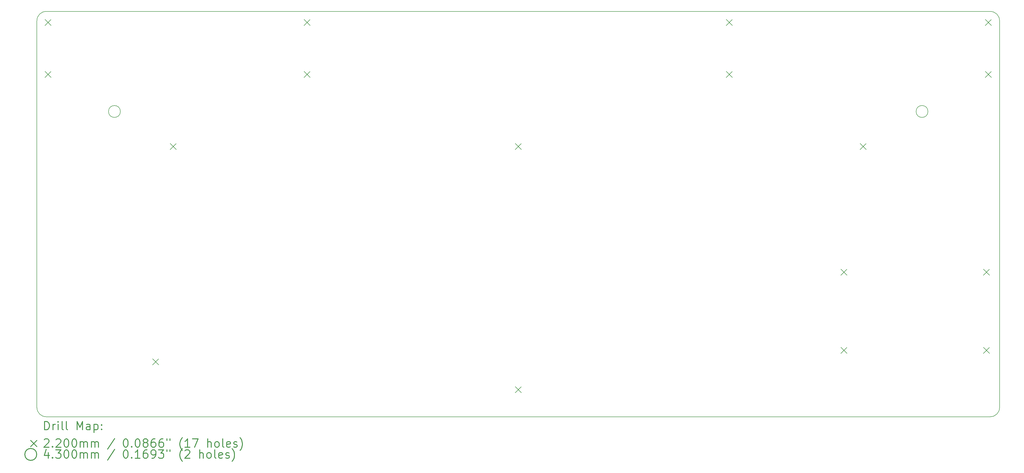
<source format=gbr>
%FSLAX45Y45*%
G04 Gerber Fmt 4.5, Leading zero omitted, Abs format (unit mm)*
G04 Created by KiCad (PCBNEW 5.1.10-88a1d61d58~90~ubuntu21.04.1) date 2021-08-16 11:58:26*
%MOMM*%
%LPD*%
G01*
G04 APERTURE LIST*
%TA.AperFunction,Profile*%
%ADD10C,0.150000*%
%TD*%
%ADD11C,0.200000*%
%ADD12C,0.300000*%
G04 APERTURE END LIST*
D10*
X3655060Y-20417584D02*
X3655060Y-6417346D01*
X38421310Y-20416984D02*
G75*
G02*
X38090904Y-20747990I-330706J-300D01*
G01*
X38090304Y-6086340D02*
G75*
G02*
X38421310Y-6416746I300J-330706D01*
G01*
X3655060Y-6417346D02*
G75*
G02*
X3985466Y-6086340I330706J300D01*
G01*
X3986066Y-20747990D02*
G75*
G02*
X3655060Y-20417584I-300J330706D01*
G01*
X38421310Y-6416746D02*
X38421310Y-20416984D01*
X38090904Y-20747990D02*
X3986066Y-20747990D01*
X3985466Y-6086340D02*
X38090304Y-6086340D01*
D11*
X3945060Y-6376340D02*
X4165060Y-6596340D01*
X4165060Y-6376340D02*
X3945060Y-6596340D01*
X3945060Y-8251340D02*
X4165060Y-8471340D01*
X4165060Y-8251340D02*
X3945060Y-8471340D01*
X7830180Y-18648740D02*
X8050180Y-18868740D01*
X8050180Y-18648740D02*
X7830180Y-18868740D01*
X8466310Y-10860260D02*
X8686310Y-11080260D01*
X8686310Y-10860260D02*
X8466310Y-11080260D01*
X13303740Y-6376340D02*
X13523740Y-6596340D01*
X13523740Y-6376340D02*
X13303740Y-6596340D01*
X13303740Y-8251340D02*
X13523740Y-8471340D01*
X13523740Y-8251340D02*
X13303740Y-8471340D01*
X20931935Y-10860260D02*
X21151935Y-11080260D01*
X21151935Y-10860260D02*
X20931935Y-11080260D01*
X20931935Y-19661360D02*
X21151935Y-19881360D01*
X21151935Y-19661360D02*
X20931935Y-19881360D01*
X28552630Y-6376340D02*
X28772630Y-6596340D01*
X28772630Y-6376340D02*
X28552630Y-6596340D01*
X28552630Y-8251340D02*
X28772630Y-8471340D01*
X28772630Y-8251340D02*
X28552630Y-8471340D01*
X32688679Y-15411940D02*
X32908679Y-15631940D01*
X32908679Y-15411940D02*
X32688679Y-15631940D01*
X32688679Y-18235480D02*
X32908679Y-18455480D01*
X32908679Y-18235480D02*
X32688679Y-18455480D01*
X33390060Y-10860260D02*
X33610060Y-11080260D01*
X33610060Y-10860260D02*
X33390060Y-11080260D01*
X37842351Y-15411940D02*
X38062351Y-15631940D01*
X38062351Y-15411940D02*
X37842351Y-15631940D01*
X37842351Y-18235480D02*
X38062351Y-18455480D01*
X38062351Y-18235480D02*
X37842351Y-18455480D01*
X37911310Y-6376340D02*
X38131310Y-6596340D01*
X38131310Y-6376340D02*
X37911310Y-6596340D01*
X37911310Y-8251340D02*
X38131310Y-8471340D01*
X38131310Y-8251340D02*
X37911310Y-8471340D01*
X6670060Y-9705340D02*
G75*
G03*
X6670060Y-9705340I-215000J0D01*
G01*
X35836310Y-9705340D02*
G75*
G03*
X35836310Y-9705340I-215000J0D01*
G01*
D12*
X3933988Y-21221204D02*
X3933988Y-20921204D01*
X4005417Y-20921204D01*
X4048274Y-20935490D01*
X4076846Y-20964062D01*
X4091131Y-20992633D01*
X4105417Y-21049776D01*
X4105417Y-21092633D01*
X4091131Y-21149776D01*
X4076846Y-21178347D01*
X4048274Y-21206919D01*
X4005417Y-21221204D01*
X3933988Y-21221204D01*
X4233988Y-21221204D02*
X4233988Y-21021204D01*
X4233988Y-21078347D02*
X4248274Y-21049776D01*
X4262560Y-21035490D01*
X4291131Y-21021204D01*
X4319703Y-21021204D01*
X4419703Y-21221204D02*
X4419703Y-21021204D01*
X4419703Y-20921204D02*
X4405417Y-20935490D01*
X4419703Y-20949776D01*
X4433988Y-20935490D01*
X4419703Y-20921204D01*
X4419703Y-20949776D01*
X4605417Y-21221204D02*
X4576846Y-21206919D01*
X4562560Y-21178347D01*
X4562560Y-20921204D01*
X4762560Y-21221204D02*
X4733988Y-21206919D01*
X4719703Y-21178347D01*
X4719703Y-20921204D01*
X5105417Y-21221204D02*
X5105417Y-20921204D01*
X5205417Y-21135490D01*
X5305417Y-20921204D01*
X5305417Y-21221204D01*
X5576846Y-21221204D02*
X5576846Y-21064062D01*
X5562560Y-21035490D01*
X5533988Y-21021204D01*
X5476846Y-21021204D01*
X5448274Y-21035490D01*
X5576846Y-21206919D02*
X5548274Y-21221204D01*
X5476846Y-21221204D01*
X5448274Y-21206919D01*
X5433988Y-21178347D01*
X5433988Y-21149776D01*
X5448274Y-21121204D01*
X5476846Y-21106919D01*
X5548274Y-21106919D01*
X5576846Y-21092633D01*
X5719703Y-21021204D02*
X5719703Y-21321204D01*
X5719703Y-21035490D02*
X5748274Y-21021204D01*
X5805417Y-21021204D01*
X5833988Y-21035490D01*
X5848274Y-21049776D01*
X5862560Y-21078347D01*
X5862560Y-21164062D01*
X5848274Y-21192633D01*
X5833988Y-21206919D01*
X5805417Y-21221204D01*
X5748274Y-21221204D01*
X5719703Y-21206919D01*
X5991131Y-21192633D02*
X6005417Y-21206919D01*
X5991131Y-21221204D01*
X5976846Y-21206919D01*
X5991131Y-21192633D01*
X5991131Y-21221204D01*
X5991131Y-21035490D02*
X6005417Y-21049776D01*
X5991131Y-21064062D01*
X5976846Y-21049776D01*
X5991131Y-21035490D01*
X5991131Y-21064062D01*
X3427560Y-21605490D02*
X3647560Y-21825490D01*
X3647560Y-21605490D02*
X3427560Y-21825490D01*
X3919703Y-21579776D02*
X3933988Y-21565490D01*
X3962560Y-21551204D01*
X4033988Y-21551204D01*
X4062560Y-21565490D01*
X4076846Y-21579776D01*
X4091131Y-21608347D01*
X4091131Y-21636919D01*
X4076846Y-21679776D01*
X3905417Y-21851204D01*
X4091131Y-21851204D01*
X4219703Y-21822633D02*
X4233988Y-21836919D01*
X4219703Y-21851204D01*
X4205417Y-21836919D01*
X4219703Y-21822633D01*
X4219703Y-21851204D01*
X4348274Y-21579776D02*
X4362560Y-21565490D01*
X4391131Y-21551204D01*
X4462560Y-21551204D01*
X4491131Y-21565490D01*
X4505417Y-21579776D01*
X4519703Y-21608347D01*
X4519703Y-21636919D01*
X4505417Y-21679776D01*
X4333988Y-21851204D01*
X4519703Y-21851204D01*
X4705417Y-21551204D02*
X4733988Y-21551204D01*
X4762560Y-21565490D01*
X4776846Y-21579776D01*
X4791131Y-21608347D01*
X4805417Y-21665490D01*
X4805417Y-21736919D01*
X4791131Y-21794062D01*
X4776846Y-21822633D01*
X4762560Y-21836919D01*
X4733988Y-21851204D01*
X4705417Y-21851204D01*
X4676846Y-21836919D01*
X4662560Y-21822633D01*
X4648274Y-21794062D01*
X4633988Y-21736919D01*
X4633988Y-21665490D01*
X4648274Y-21608347D01*
X4662560Y-21579776D01*
X4676846Y-21565490D01*
X4705417Y-21551204D01*
X4991131Y-21551204D02*
X5019703Y-21551204D01*
X5048274Y-21565490D01*
X5062560Y-21579776D01*
X5076846Y-21608347D01*
X5091131Y-21665490D01*
X5091131Y-21736919D01*
X5076846Y-21794062D01*
X5062560Y-21822633D01*
X5048274Y-21836919D01*
X5019703Y-21851204D01*
X4991131Y-21851204D01*
X4962560Y-21836919D01*
X4948274Y-21822633D01*
X4933988Y-21794062D01*
X4919703Y-21736919D01*
X4919703Y-21665490D01*
X4933988Y-21608347D01*
X4948274Y-21579776D01*
X4962560Y-21565490D01*
X4991131Y-21551204D01*
X5219703Y-21851204D02*
X5219703Y-21651204D01*
X5219703Y-21679776D02*
X5233988Y-21665490D01*
X5262560Y-21651204D01*
X5305417Y-21651204D01*
X5333988Y-21665490D01*
X5348274Y-21694062D01*
X5348274Y-21851204D01*
X5348274Y-21694062D02*
X5362560Y-21665490D01*
X5391131Y-21651204D01*
X5433988Y-21651204D01*
X5462560Y-21665490D01*
X5476846Y-21694062D01*
X5476846Y-21851204D01*
X5619703Y-21851204D02*
X5619703Y-21651204D01*
X5619703Y-21679776D02*
X5633988Y-21665490D01*
X5662560Y-21651204D01*
X5705417Y-21651204D01*
X5733988Y-21665490D01*
X5748274Y-21694062D01*
X5748274Y-21851204D01*
X5748274Y-21694062D02*
X5762560Y-21665490D01*
X5791131Y-21651204D01*
X5833988Y-21651204D01*
X5862560Y-21665490D01*
X5876846Y-21694062D01*
X5876846Y-21851204D01*
X6462560Y-21536919D02*
X6205417Y-21922633D01*
X6848274Y-21551204D02*
X6876846Y-21551204D01*
X6905417Y-21565490D01*
X6919703Y-21579776D01*
X6933988Y-21608347D01*
X6948274Y-21665490D01*
X6948274Y-21736919D01*
X6933988Y-21794062D01*
X6919703Y-21822633D01*
X6905417Y-21836919D01*
X6876846Y-21851204D01*
X6848274Y-21851204D01*
X6819703Y-21836919D01*
X6805417Y-21822633D01*
X6791131Y-21794062D01*
X6776846Y-21736919D01*
X6776846Y-21665490D01*
X6791131Y-21608347D01*
X6805417Y-21579776D01*
X6819703Y-21565490D01*
X6848274Y-21551204D01*
X7076846Y-21822633D02*
X7091131Y-21836919D01*
X7076846Y-21851204D01*
X7062560Y-21836919D01*
X7076846Y-21822633D01*
X7076846Y-21851204D01*
X7276846Y-21551204D02*
X7305417Y-21551204D01*
X7333988Y-21565490D01*
X7348274Y-21579776D01*
X7362560Y-21608347D01*
X7376846Y-21665490D01*
X7376846Y-21736919D01*
X7362560Y-21794062D01*
X7348274Y-21822633D01*
X7333988Y-21836919D01*
X7305417Y-21851204D01*
X7276846Y-21851204D01*
X7248274Y-21836919D01*
X7233988Y-21822633D01*
X7219703Y-21794062D01*
X7205417Y-21736919D01*
X7205417Y-21665490D01*
X7219703Y-21608347D01*
X7233988Y-21579776D01*
X7248274Y-21565490D01*
X7276846Y-21551204D01*
X7548274Y-21679776D02*
X7519703Y-21665490D01*
X7505417Y-21651204D01*
X7491131Y-21622633D01*
X7491131Y-21608347D01*
X7505417Y-21579776D01*
X7519703Y-21565490D01*
X7548274Y-21551204D01*
X7605417Y-21551204D01*
X7633988Y-21565490D01*
X7648274Y-21579776D01*
X7662560Y-21608347D01*
X7662560Y-21622633D01*
X7648274Y-21651204D01*
X7633988Y-21665490D01*
X7605417Y-21679776D01*
X7548274Y-21679776D01*
X7519703Y-21694062D01*
X7505417Y-21708347D01*
X7491131Y-21736919D01*
X7491131Y-21794062D01*
X7505417Y-21822633D01*
X7519703Y-21836919D01*
X7548274Y-21851204D01*
X7605417Y-21851204D01*
X7633988Y-21836919D01*
X7648274Y-21822633D01*
X7662560Y-21794062D01*
X7662560Y-21736919D01*
X7648274Y-21708347D01*
X7633988Y-21694062D01*
X7605417Y-21679776D01*
X7919703Y-21551204D02*
X7862560Y-21551204D01*
X7833988Y-21565490D01*
X7819703Y-21579776D01*
X7791131Y-21622633D01*
X7776846Y-21679776D01*
X7776846Y-21794062D01*
X7791131Y-21822633D01*
X7805417Y-21836919D01*
X7833988Y-21851204D01*
X7891131Y-21851204D01*
X7919703Y-21836919D01*
X7933988Y-21822633D01*
X7948274Y-21794062D01*
X7948274Y-21722633D01*
X7933988Y-21694062D01*
X7919703Y-21679776D01*
X7891131Y-21665490D01*
X7833988Y-21665490D01*
X7805417Y-21679776D01*
X7791131Y-21694062D01*
X7776846Y-21722633D01*
X8205417Y-21551204D02*
X8148274Y-21551204D01*
X8119703Y-21565490D01*
X8105417Y-21579776D01*
X8076846Y-21622633D01*
X8062560Y-21679776D01*
X8062560Y-21794062D01*
X8076846Y-21822633D01*
X8091131Y-21836919D01*
X8119703Y-21851204D01*
X8176846Y-21851204D01*
X8205417Y-21836919D01*
X8219703Y-21822633D01*
X8233988Y-21794062D01*
X8233988Y-21722633D01*
X8219703Y-21694062D01*
X8205417Y-21679776D01*
X8176846Y-21665490D01*
X8119703Y-21665490D01*
X8091131Y-21679776D01*
X8076846Y-21694062D01*
X8062560Y-21722633D01*
X8348274Y-21551204D02*
X8348274Y-21608347D01*
X8462560Y-21551204D02*
X8462560Y-21608347D01*
X8905417Y-21965490D02*
X8891131Y-21951204D01*
X8862560Y-21908347D01*
X8848274Y-21879776D01*
X8833988Y-21836919D01*
X8819703Y-21765490D01*
X8819703Y-21708347D01*
X8833988Y-21636919D01*
X8848274Y-21594062D01*
X8862560Y-21565490D01*
X8891131Y-21522633D01*
X8905417Y-21508347D01*
X9176846Y-21851204D02*
X9005417Y-21851204D01*
X9091131Y-21851204D02*
X9091131Y-21551204D01*
X9062560Y-21594062D01*
X9033988Y-21622633D01*
X9005417Y-21636919D01*
X9276846Y-21551204D02*
X9476846Y-21551204D01*
X9348274Y-21851204D01*
X9819703Y-21851204D02*
X9819703Y-21551204D01*
X9948274Y-21851204D02*
X9948274Y-21694062D01*
X9933988Y-21665490D01*
X9905417Y-21651204D01*
X9862560Y-21651204D01*
X9833988Y-21665490D01*
X9819703Y-21679776D01*
X10133988Y-21851204D02*
X10105417Y-21836919D01*
X10091131Y-21822633D01*
X10076846Y-21794062D01*
X10076846Y-21708347D01*
X10091131Y-21679776D01*
X10105417Y-21665490D01*
X10133988Y-21651204D01*
X10176846Y-21651204D01*
X10205417Y-21665490D01*
X10219703Y-21679776D01*
X10233988Y-21708347D01*
X10233988Y-21794062D01*
X10219703Y-21822633D01*
X10205417Y-21836919D01*
X10176846Y-21851204D01*
X10133988Y-21851204D01*
X10405417Y-21851204D02*
X10376846Y-21836919D01*
X10362560Y-21808347D01*
X10362560Y-21551204D01*
X10633988Y-21836919D02*
X10605417Y-21851204D01*
X10548274Y-21851204D01*
X10519703Y-21836919D01*
X10505417Y-21808347D01*
X10505417Y-21694062D01*
X10519703Y-21665490D01*
X10548274Y-21651204D01*
X10605417Y-21651204D01*
X10633988Y-21665490D01*
X10648274Y-21694062D01*
X10648274Y-21722633D01*
X10505417Y-21751204D01*
X10762560Y-21836919D02*
X10791131Y-21851204D01*
X10848274Y-21851204D01*
X10876846Y-21836919D01*
X10891131Y-21808347D01*
X10891131Y-21794062D01*
X10876846Y-21765490D01*
X10848274Y-21751204D01*
X10805417Y-21751204D01*
X10776846Y-21736919D01*
X10762560Y-21708347D01*
X10762560Y-21694062D01*
X10776846Y-21665490D01*
X10805417Y-21651204D01*
X10848274Y-21651204D01*
X10876846Y-21665490D01*
X10991131Y-21965490D02*
X11005417Y-21951204D01*
X11033988Y-21908347D01*
X11048274Y-21879776D01*
X11062560Y-21836919D01*
X11076846Y-21765490D01*
X11076846Y-21708347D01*
X11062560Y-21636919D01*
X11048274Y-21594062D01*
X11033988Y-21565490D01*
X11005417Y-21522633D01*
X10991131Y-21508347D01*
X3647560Y-22111490D02*
G75*
G03*
X3647560Y-22111490I-215000J0D01*
G01*
X4062560Y-22047204D02*
X4062560Y-22247204D01*
X3991131Y-21932919D02*
X3919703Y-22147204D01*
X4105417Y-22147204D01*
X4219703Y-22218633D02*
X4233988Y-22232919D01*
X4219703Y-22247204D01*
X4205417Y-22232919D01*
X4219703Y-22218633D01*
X4219703Y-22247204D01*
X4333988Y-21947204D02*
X4519703Y-21947204D01*
X4419703Y-22061490D01*
X4462560Y-22061490D01*
X4491131Y-22075776D01*
X4505417Y-22090062D01*
X4519703Y-22118633D01*
X4519703Y-22190062D01*
X4505417Y-22218633D01*
X4491131Y-22232919D01*
X4462560Y-22247204D01*
X4376846Y-22247204D01*
X4348274Y-22232919D01*
X4333988Y-22218633D01*
X4705417Y-21947204D02*
X4733988Y-21947204D01*
X4762560Y-21961490D01*
X4776846Y-21975776D01*
X4791131Y-22004347D01*
X4805417Y-22061490D01*
X4805417Y-22132919D01*
X4791131Y-22190062D01*
X4776846Y-22218633D01*
X4762560Y-22232919D01*
X4733988Y-22247204D01*
X4705417Y-22247204D01*
X4676846Y-22232919D01*
X4662560Y-22218633D01*
X4648274Y-22190062D01*
X4633988Y-22132919D01*
X4633988Y-22061490D01*
X4648274Y-22004347D01*
X4662560Y-21975776D01*
X4676846Y-21961490D01*
X4705417Y-21947204D01*
X4991131Y-21947204D02*
X5019703Y-21947204D01*
X5048274Y-21961490D01*
X5062560Y-21975776D01*
X5076846Y-22004347D01*
X5091131Y-22061490D01*
X5091131Y-22132919D01*
X5076846Y-22190062D01*
X5062560Y-22218633D01*
X5048274Y-22232919D01*
X5019703Y-22247204D01*
X4991131Y-22247204D01*
X4962560Y-22232919D01*
X4948274Y-22218633D01*
X4933988Y-22190062D01*
X4919703Y-22132919D01*
X4919703Y-22061490D01*
X4933988Y-22004347D01*
X4948274Y-21975776D01*
X4962560Y-21961490D01*
X4991131Y-21947204D01*
X5219703Y-22247204D02*
X5219703Y-22047204D01*
X5219703Y-22075776D02*
X5233988Y-22061490D01*
X5262560Y-22047204D01*
X5305417Y-22047204D01*
X5333988Y-22061490D01*
X5348274Y-22090062D01*
X5348274Y-22247204D01*
X5348274Y-22090062D02*
X5362560Y-22061490D01*
X5391131Y-22047204D01*
X5433988Y-22047204D01*
X5462560Y-22061490D01*
X5476846Y-22090062D01*
X5476846Y-22247204D01*
X5619703Y-22247204D02*
X5619703Y-22047204D01*
X5619703Y-22075776D02*
X5633988Y-22061490D01*
X5662560Y-22047204D01*
X5705417Y-22047204D01*
X5733988Y-22061490D01*
X5748274Y-22090062D01*
X5748274Y-22247204D01*
X5748274Y-22090062D02*
X5762560Y-22061490D01*
X5791131Y-22047204D01*
X5833988Y-22047204D01*
X5862560Y-22061490D01*
X5876846Y-22090062D01*
X5876846Y-22247204D01*
X6462560Y-21932919D02*
X6205417Y-22318633D01*
X6848274Y-21947204D02*
X6876846Y-21947204D01*
X6905417Y-21961490D01*
X6919703Y-21975776D01*
X6933988Y-22004347D01*
X6948274Y-22061490D01*
X6948274Y-22132919D01*
X6933988Y-22190062D01*
X6919703Y-22218633D01*
X6905417Y-22232919D01*
X6876846Y-22247204D01*
X6848274Y-22247204D01*
X6819703Y-22232919D01*
X6805417Y-22218633D01*
X6791131Y-22190062D01*
X6776846Y-22132919D01*
X6776846Y-22061490D01*
X6791131Y-22004347D01*
X6805417Y-21975776D01*
X6819703Y-21961490D01*
X6848274Y-21947204D01*
X7076846Y-22218633D02*
X7091131Y-22232919D01*
X7076846Y-22247204D01*
X7062560Y-22232919D01*
X7076846Y-22218633D01*
X7076846Y-22247204D01*
X7376846Y-22247204D02*
X7205417Y-22247204D01*
X7291131Y-22247204D02*
X7291131Y-21947204D01*
X7262560Y-21990062D01*
X7233988Y-22018633D01*
X7205417Y-22032919D01*
X7633988Y-21947204D02*
X7576846Y-21947204D01*
X7548274Y-21961490D01*
X7533988Y-21975776D01*
X7505417Y-22018633D01*
X7491131Y-22075776D01*
X7491131Y-22190062D01*
X7505417Y-22218633D01*
X7519703Y-22232919D01*
X7548274Y-22247204D01*
X7605417Y-22247204D01*
X7633988Y-22232919D01*
X7648274Y-22218633D01*
X7662560Y-22190062D01*
X7662560Y-22118633D01*
X7648274Y-22090062D01*
X7633988Y-22075776D01*
X7605417Y-22061490D01*
X7548274Y-22061490D01*
X7519703Y-22075776D01*
X7505417Y-22090062D01*
X7491131Y-22118633D01*
X7805417Y-22247204D02*
X7862560Y-22247204D01*
X7891131Y-22232919D01*
X7905417Y-22218633D01*
X7933988Y-22175776D01*
X7948274Y-22118633D01*
X7948274Y-22004347D01*
X7933988Y-21975776D01*
X7919703Y-21961490D01*
X7891131Y-21947204D01*
X7833988Y-21947204D01*
X7805417Y-21961490D01*
X7791131Y-21975776D01*
X7776846Y-22004347D01*
X7776846Y-22075776D01*
X7791131Y-22104347D01*
X7805417Y-22118633D01*
X7833988Y-22132919D01*
X7891131Y-22132919D01*
X7919703Y-22118633D01*
X7933988Y-22104347D01*
X7948274Y-22075776D01*
X8048274Y-21947204D02*
X8233988Y-21947204D01*
X8133988Y-22061490D01*
X8176846Y-22061490D01*
X8205417Y-22075776D01*
X8219703Y-22090062D01*
X8233988Y-22118633D01*
X8233988Y-22190062D01*
X8219703Y-22218633D01*
X8205417Y-22232919D01*
X8176846Y-22247204D01*
X8091131Y-22247204D01*
X8062560Y-22232919D01*
X8048274Y-22218633D01*
X8348274Y-21947204D02*
X8348274Y-22004347D01*
X8462560Y-21947204D02*
X8462560Y-22004347D01*
X8905417Y-22361490D02*
X8891131Y-22347204D01*
X8862560Y-22304347D01*
X8848274Y-22275776D01*
X8833988Y-22232919D01*
X8819703Y-22161490D01*
X8819703Y-22104347D01*
X8833988Y-22032919D01*
X8848274Y-21990062D01*
X8862560Y-21961490D01*
X8891131Y-21918633D01*
X8905417Y-21904347D01*
X9005417Y-21975776D02*
X9019703Y-21961490D01*
X9048274Y-21947204D01*
X9119703Y-21947204D01*
X9148274Y-21961490D01*
X9162560Y-21975776D01*
X9176846Y-22004347D01*
X9176846Y-22032919D01*
X9162560Y-22075776D01*
X8991131Y-22247204D01*
X9176846Y-22247204D01*
X9533988Y-22247204D02*
X9533988Y-21947204D01*
X9662560Y-22247204D02*
X9662560Y-22090062D01*
X9648274Y-22061490D01*
X9619703Y-22047204D01*
X9576846Y-22047204D01*
X9548274Y-22061490D01*
X9533988Y-22075776D01*
X9848274Y-22247204D02*
X9819703Y-22232919D01*
X9805417Y-22218633D01*
X9791131Y-22190062D01*
X9791131Y-22104347D01*
X9805417Y-22075776D01*
X9819703Y-22061490D01*
X9848274Y-22047204D01*
X9891131Y-22047204D01*
X9919703Y-22061490D01*
X9933988Y-22075776D01*
X9948274Y-22104347D01*
X9948274Y-22190062D01*
X9933988Y-22218633D01*
X9919703Y-22232919D01*
X9891131Y-22247204D01*
X9848274Y-22247204D01*
X10119703Y-22247204D02*
X10091131Y-22232919D01*
X10076846Y-22204347D01*
X10076846Y-21947204D01*
X10348274Y-22232919D02*
X10319703Y-22247204D01*
X10262560Y-22247204D01*
X10233988Y-22232919D01*
X10219703Y-22204347D01*
X10219703Y-22090062D01*
X10233988Y-22061490D01*
X10262560Y-22047204D01*
X10319703Y-22047204D01*
X10348274Y-22061490D01*
X10362560Y-22090062D01*
X10362560Y-22118633D01*
X10219703Y-22147204D01*
X10476846Y-22232919D02*
X10505417Y-22247204D01*
X10562560Y-22247204D01*
X10591131Y-22232919D01*
X10605417Y-22204347D01*
X10605417Y-22190062D01*
X10591131Y-22161490D01*
X10562560Y-22147204D01*
X10519703Y-22147204D01*
X10491131Y-22132919D01*
X10476846Y-22104347D01*
X10476846Y-22090062D01*
X10491131Y-22061490D01*
X10519703Y-22047204D01*
X10562560Y-22047204D01*
X10591131Y-22061490D01*
X10705417Y-22361490D02*
X10719703Y-22347204D01*
X10748274Y-22304347D01*
X10762560Y-22275776D01*
X10776846Y-22232919D01*
X10791131Y-22161490D01*
X10791131Y-22104347D01*
X10776846Y-22032919D01*
X10762560Y-21990062D01*
X10748274Y-21961490D01*
X10719703Y-21918633D01*
X10705417Y-21904347D01*
M02*

</source>
